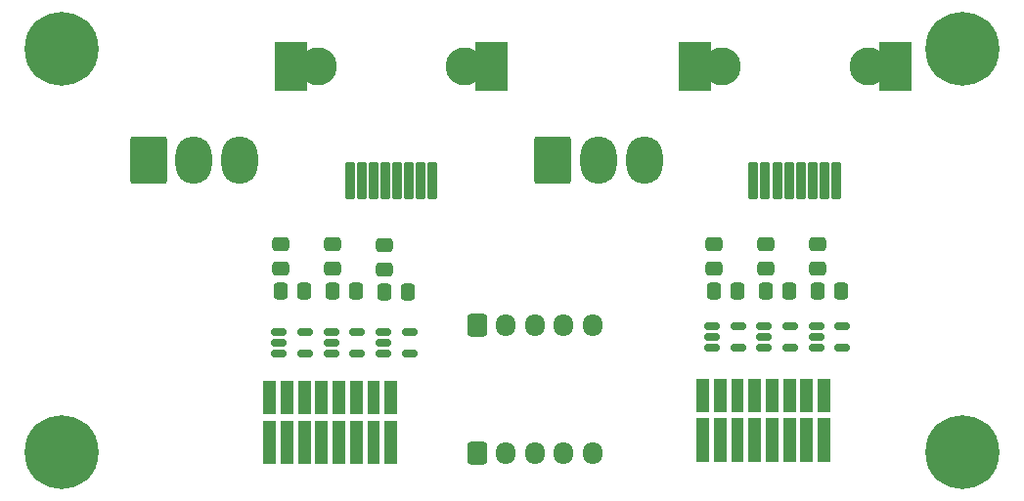
<source format=gbr>
%TF.GenerationSoftware,KiCad,Pcbnew,9.0.0*%
%TF.CreationDate,2025-03-17T17:37:44-07:00*%
%TF.ProjectId,Motor_reroute,4d6f746f-725f-4726-9572-6f7574652e6b,rev?*%
%TF.SameCoordinates,Original*%
%TF.FileFunction,Soldermask,Top*%
%TF.FilePolarity,Negative*%
%FSLAX46Y46*%
G04 Gerber Fmt 4.6, Leading zero omitted, Abs format (unit mm)*
G04 Created by KiCad (PCBNEW 9.0.0) date 2025-03-17 17:37:44*
%MOMM*%
%LPD*%
G01*
G04 APERTURE LIST*
G04 Aperture macros list*
%AMRoundRect*
0 Rectangle with rounded corners*
0 $1 Rounding radius*
0 $2 $3 $4 $5 $6 $7 $8 $9 X,Y pos of 4 corners*
0 Add a 4 corners polygon primitive as box body*
4,1,4,$2,$3,$4,$5,$6,$7,$8,$9,$2,$3,0*
0 Add four circle primitives for the rounded corners*
1,1,$1+$1,$2,$3*
1,1,$1+$1,$4,$5*
1,1,$1+$1,$6,$7*
1,1,$1+$1,$8,$9*
0 Add four rect primitives between the rounded corners*
20,1,$1+$1,$2,$3,$4,$5,0*
20,1,$1+$1,$4,$5,$6,$7,0*
20,1,$1+$1,$6,$7,$8,$9,0*
20,1,$1+$1,$8,$9,$2,$3,0*%
G04 Aperture macros list end*
%ADD10C,0.010000*%
%ADD11C,3.600000*%
%ADD12C,6.400000*%
%ADD13RoundRect,0.250000X-0.475000X0.337500X-0.475000X-0.337500X0.475000X-0.337500X0.475000X0.337500X0*%
%ADD14RoundRect,0.150000X-0.512500X-0.150000X0.512500X-0.150000X0.512500X0.150000X-0.512500X0.150000X0*%
%ADD15C,3.300000*%
%ADD16RoundRect,0.102000X0.305000X1.525000X-0.305000X1.525000X-0.305000X-1.525000X0.305000X-1.525000X0*%
%ADD17RoundRect,0.250000X-1.330000X-1.800000X1.330000X-1.800000X1.330000X1.800000X-1.330000X1.800000X0*%
%ADD18O,3.160000X4.100000*%
%ADD19RoundRect,0.250000X-0.337500X-0.475000X0.337500X-0.475000X0.337500X0.475000X-0.337500X0.475000X0*%
%ADD20RoundRect,0.250000X-0.600000X-0.725000X0.600000X-0.725000X0.600000X0.725000X-0.600000X0.725000X0*%
%ADD21O,1.700000X1.950000*%
G04 APERTURE END LIST*
D10*
%TO.C,J17*%
X55491200Y-70621200D02*
X54488800Y-70621200D01*
X54488800Y-67818800D01*
X55491200Y-67818800D01*
X55491200Y-70621200D01*
G36*
X55491200Y-70621200D02*
G01*
X54488800Y-70621200D01*
X54488800Y-67818800D01*
X55491200Y-67818800D01*
X55491200Y-70621200D01*
G37*
X55491200Y-74971200D02*
X54488800Y-74971200D01*
X54488800Y-71268800D01*
X55491200Y-71268800D01*
X55491200Y-74971200D01*
G36*
X55491200Y-74971200D02*
G01*
X54488800Y-74971200D01*
X54488800Y-71268800D01*
X55491200Y-71268800D01*
X55491200Y-74971200D01*
G37*
X56991200Y-70621200D02*
X55988800Y-70621200D01*
X55988800Y-67818800D01*
X56991200Y-67818800D01*
X56991200Y-70621200D01*
G36*
X56991200Y-70621200D02*
G01*
X55988800Y-70621200D01*
X55988800Y-67818800D01*
X56991200Y-67818800D01*
X56991200Y-70621200D01*
G37*
X56991200Y-74971200D02*
X55988800Y-74971200D01*
X55988800Y-71268800D01*
X56991200Y-71268800D01*
X56991200Y-74971200D01*
G36*
X56991200Y-74971200D02*
G01*
X55988800Y-74971200D01*
X55988800Y-71268800D01*
X56991200Y-71268800D01*
X56991200Y-74971200D01*
G37*
X58491200Y-70621200D02*
X57488800Y-70621200D01*
X57488800Y-67818800D01*
X58491200Y-67818800D01*
X58491200Y-70621200D01*
G36*
X58491200Y-70621200D02*
G01*
X57488800Y-70621200D01*
X57488800Y-67818800D01*
X58491200Y-67818800D01*
X58491200Y-70621200D01*
G37*
X58491200Y-74971200D02*
X57488800Y-74971200D01*
X57488800Y-71268800D01*
X58491200Y-71268800D01*
X58491200Y-74971200D01*
G36*
X58491200Y-74971200D02*
G01*
X57488800Y-74971200D01*
X57488800Y-71268800D01*
X58491200Y-71268800D01*
X58491200Y-74971200D01*
G37*
X59991200Y-70621200D02*
X58988800Y-70621200D01*
X58988800Y-67818800D01*
X59991200Y-67818800D01*
X59991200Y-70621200D01*
G36*
X59991200Y-70621200D02*
G01*
X58988800Y-70621200D01*
X58988800Y-67818800D01*
X59991200Y-67818800D01*
X59991200Y-70621200D01*
G37*
X59991200Y-74971200D02*
X58988800Y-74971200D01*
X58988800Y-71268800D01*
X59991200Y-71268800D01*
X59991200Y-74971200D01*
G36*
X59991200Y-74971200D02*
G01*
X58988800Y-74971200D01*
X58988800Y-71268800D01*
X59991200Y-71268800D01*
X59991200Y-74971200D01*
G37*
X61491200Y-70621200D02*
X60488800Y-70621200D01*
X60488800Y-67818800D01*
X61491200Y-67818800D01*
X61491200Y-70621200D01*
G36*
X61491200Y-70621200D02*
G01*
X60488800Y-70621200D01*
X60488800Y-67818800D01*
X61491200Y-67818800D01*
X61491200Y-70621200D01*
G37*
X61491200Y-74971200D02*
X60488800Y-74971200D01*
X60488800Y-71268800D01*
X61491200Y-71268800D01*
X61491200Y-74971200D01*
G36*
X61491200Y-74971200D02*
G01*
X60488800Y-74971200D01*
X60488800Y-71268800D01*
X61491200Y-71268800D01*
X61491200Y-74971200D01*
G37*
X62991200Y-70621200D02*
X61988800Y-70621200D01*
X61988800Y-67818800D01*
X62991200Y-67818800D01*
X62991200Y-70621200D01*
G36*
X62991200Y-70621200D02*
G01*
X61988800Y-70621200D01*
X61988800Y-67818800D01*
X62991200Y-67818800D01*
X62991200Y-70621200D01*
G37*
X62991200Y-74971200D02*
X61988800Y-74971200D01*
X61988800Y-71268800D01*
X62991200Y-71268800D01*
X62991200Y-74971200D01*
G36*
X62991200Y-74971200D02*
G01*
X61988800Y-74971200D01*
X61988800Y-71268800D01*
X62991200Y-71268800D01*
X62991200Y-74971200D01*
G37*
X64491200Y-70621200D02*
X63488800Y-70621200D01*
X63488800Y-67818800D01*
X64491200Y-67818800D01*
X64491200Y-70621200D01*
G36*
X64491200Y-70621200D02*
G01*
X63488800Y-70621200D01*
X63488800Y-67818800D01*
X64491200Y-67818800D01*
X64491200Y-70621200D01*
G37*
X64491200Y-74971200D02*
X63488800Y-74971200D01*
X63488800Y-71268800D01*
X64491200Y-71268800D01*
X64491200Y-74971200D01*
G36*
X64491200Y-74971200D02*
G01*
X63488800Y-74971200D01*
X63488800Y-71268800D01*
X64491200Y-71268800D01*
X64491200Y-74971200D01*
G37*
X65991200Y-70621200D02*
X64988800Y-70621200D01*
X64988800Y-67818800D01*
X65991200Y-67818800D01*
X65991200Y-70621200D01*
G36*
X65991200Y-70621200D02*
G01*
X64988800Y-70621200D01*
X64988800Y-67818800D01*
X65991200Y-67818800D01*
X65991200Y-70621200D01*
G37*
X65991200Y-74971200D02*
X64988800Y-74971200D01*
X64988800Y-71268800D01*
X65991200Y-71268800D01*
X65991200Y-74971200D01*
G36*
X65991200Y-74971200D02*
G01*
X64988800Y-74971200D01*
X64988800Y-71268800D01*
X65991200Y-71268800D01*
X65991200Y-74971200D01*
G37*
%TO.C,J2*%
X58220000Y-39305000D02*
X58175000Y-39340000D01*
X58139000Y-39370000D01*
X58104000Y-39401000D01*
X58070000Y-39433000D01*
X58037000Y-39466000D01*
X58005000Y-39501000D01*
X57974000Y-39536000D01*
X57945000Y-39572000D01*
X57916000Y-39609000D01*
X57889000Y-39647000D01*
X57863000Y-39686000D01*
X57838000Y-39726000D01*
X57815000Y-39766000D01*
X57793000Y-39808000D01*
X57772000Y-39850000D01*
X57752000Y-39892000D01*
X57734000Y-39935000D01*
X57718000Y-39979000D01*
X57702000Y-40023000D01*
X57688000Y-40068000D01*
X57676000Y-40113000D01*
X57665000Y-40158000D01*
X57655000Y-40204000D01*
X57647000Y-40250000D01*
X57641000Y-40297000D01*
X57636000Y-40343000D01*
X57632000Y-40390000D01*
X57630000Y-40437000D01*
X57629000Y-40483000D01*
X57630000Y-40520000D01*
X57629000Y-40557000D01*
X57630000Y-40603000D01*
X57632000Y-40650000D01*
X57636000Y-40697000D01*
X57641000Y-40743000D01*
X57647000Y-40790000D01*
X57655000Y-40836000D01*
X57665000Y-40882000D01*
X57676000Y-40927000D01*
X57688000Y-40972000D01*
X57702000Y-41017000D01*
X57718000Y-41061000D01*
X57734000Y-41105000D01*
X57752000Y-41148000D01*
X57772000Y-41190000D01*
X57793000Y-41232000D01*
X57815000Y-41274000D01*
X57838000Y-41314000D01*
X57863000Y-41354000D01*
X57889000Y-41393000D01*
X57916000Y-41431000D01*
X57945000Y-41468000D01*
X57974000Y-41504000D01*
X58005000Y-41539000D01*
X58037000Y-41574000D01*
X58070000Y-41607000D01*
X58104000Y-41639000D01*
X58139000Y-41670000D01*
X58175000Y-41700000D01*
X58220000Y-41735000D01*
X58220000Y-42570000D01*
X55520000Y-42570000D01*
X55520000Y-38470000D01*
X58220000Y-38470000D01*
X58220000Y-39305000D01*
G36*
X58220000Y-39305000D02*
G01*
X58175000Y-39340000D01*
X58139000Y-39370000D01*
X58104000Y-39401000D01*
X58070000Y-39433000D01*
X58037000Y-39466000D01*
X58005000Y-39501000D01*
X57974000Y-39536000D01*
X57945000Y-39572000D01*
X57916000Y-39609000D01*
X57889000Y-39647000D01*
X57863000Y-39686000D01*
X57838000Y-39726000D01*
X57815000Y-39766000D01*
X57793000Y-39808000D01*
X57772000Y-39850000D01*
X57752000Y-39892000D01*
X57734000Y-39935000D01*
X57718000Y-39979000D01*
X57702000Y-40023000D01*
X57688000Y-40068000D01*
X57676000Y-40113000D01*
X57665000Y-40158000D01*
X57655000Y-40204000D01*
X57647000Y-40250000D01*
X57641000Y-40297000D01*
X57636000Y-40343000D01*
X57632000Y-40390000D01*
X57630000Y-40437000D01*
X57629000Y-40483000D01*
X57630000Y-40520000D01*
X57629000Y-40557000D01*
X57630000Y-40603000D01*
X57632000Y-40650000D01*
X57636000Y-40697000D01*
X57641000Y-40743000D01*
X57647000Y-40790000D01*
X57655000Y-40836000D01*
X57665000Y-40882000D01*
X57676000Y-40927000D01*
X57688000Y-40972000D01*
X57702000Y-41017000D01*
X57718000Y-41061000D01*
X57734000Y-41105000D01*
X57752000Y-41148000D01*
X57772000Y-41190000D01*
X57793000Y-41232000D01*
X57815000Y-41274000D01*
X57838000Y-41314000D01*
X57863000Y-41354000D01*
X57889000Y-41393000D01*
X57916000Y-41431000D01*
X57945000Y-41468000D01*
X57974000Y-41504000D01*
X58005000Y-41539000D01*
X58037000Y-41574000D01*
X58070000Y-41607000D01*
X58104000Y-41639000D01*
X58139000Y-41670000D01*
X58175000Y-41700000D01*
X58220000Y-41735000D01*
X58220000Y-42570000D01*
X55520000Y-42570000D01*
X55520000Y-38470000D01*
X58220000Y-38470000D01*
X58220000Y-39305000D01*
G37*
X75540000Y-42570000D02*
X72840000Y-42570000D01*
X72840000Y-41735000D01*
X72885000Y-41700000D01*
X72921000Y-41670000D01*
X72956000Y-41639000D01*
X72990000Y-41607000D01*
X73023000Y-41574000D01*
X73055000Y-41539000D01*
X73086000Y-41504000D01*
X73115000Y-41468000D01*
X73144000Y-41431000D01*
X73171000Y-41393000D01*
X73197000Y-41354000D01*
X73222000Y-41314000D01*
X73245000Y-41274000D01*
X73267000Y-41232000D01*
X73288000Y-41190000D01*
X73308000Y-41148000D01*
X73326000Y-41105000D01*
X73342000Y-41061000D01*
X73358000Y-41017000D01*
X73372000Y-40972000D01*
X73384000Y-40927000D01*
X73395000Y-40882000D01*
X73405000Y-40836000D01*
X73413000Y-40790000D01*
X73419000Y-40743000D01*
X73424000Y-40697000D01*
X73428000Y-40650000D01*
X73430000Y-40603000D01*
X73431000Y-40557000D01*
X73430000Y-40520000D01*
X73431000Y-40483000D01*
X73430000Y-40437000D01*
X73428000Y-40390000D01*
X73424000Y-40343000D01*
X73419000Y-40297000D01*
X73413000Y-40250000D01*
X73405000Y-40204000D01*
X73395000Y-40158000D01*
X73384000Y-40113000D01*
X73372000Y-40068000D01*
X73358000Y-40023000D01*
X73342000Y-39979000D01*
X73326000Y-39935000D01*
X73308000Y-39892000D01*
X73288000Y-39850000D01*
X73267000Y-39808000D01*
X73245000Y-39766000D01*
X73222000Y-39726000D01*
X73197000Y-39686000D01*
X73171000Y-39647000D01*
X73144000Y-39609000D01*
X73115000Y-39572000D01*
X73086000Y-39536000D01*
X73055000Y-39501000D01*
X73023000Y-39466000D01*
X72990000Y-39433000D01*
X72956000Y-39401000D01*
X72921000Y-39370000D01*
X72885000Y-39340000D01*
X72840000Y-39305000D01*
X72840000Y-38470000D01*
X75540000Y-38470000D01*
X75540000Y-42570000D01*
G36*
X75540000Y-42570000D02*
G01*
X72840000Y-42570000D01*
X72840000Y-41735000D01*
X72885000Y-41700000D01*
X72921000Y-41670000D01*
X72956000Y-41639000D01*
X72990000Y-41607000D01*
X73023000Y-41574000D01*
X73055000Y-41539000D01*
X73086000Y-41504000D01*
X73115000Y-41468000D01*
X73144000Y-41431000D01*
X73171000Y-41393000D01*
X73197000Y-41354000D01*
X73222000Y-41314000D01*
X73245000Y-41274000D01*
X73267000Y-41232000D01*
X73288000Y-41190000D01*
X73308000Y-41148000D01*
X73326000Y-41105000D01*
X73342000Y-41061000D01*
X73358000Y-41017000D01*
X73372000Y-40972000D01*
X73384000Y-40927000D01*
X73395000Y-40882000D01*
X73405000Y-40836000D01*
X73413000Y-40790000D01*
X73419000Y-40743000D01*
X73424000Y-40697000D01*
X73428000Y-40650000D01*
X73430000Y-40603000D01*
X73431000Y-40557000D01*
X73430000Y-40520000D01*
X73431000Y-40483000D01*
X73430000Y-40437000D01*
X73428000Y-40390000D01*
X73424000Y-40343000D01*
X73419000Y-40297000D01*
X73413000Y-40250000D01*
X73405000Y-40204000D01*
X73395000Y-40158000D01*
X73384000Y-40113000D01*
X73372000Y-40068000D01*
X73358000Y-40023000D01*
X73342000Y-39979000D01*
X73326000Y-39935000D01*
X73308000Y-39892000D01*
X73288000Y-39850000D01*
X73267000Y-39808000D01*
X73245000Y-39766000D01*
X73222000Y-39726000D01*
X73197000Y-39686000D01*
X73171000Y-39647000D01*
X73144000Y-39609000D01*
X73115000Y-39572000D01*
X73086000Y-39536000D01*
X73055000Y-39501000D01*
X73023000Y-39466000D01*
X72990000Y-39433000D01*
X72956000Y-39401000D01*
X72921000Y-39370000D01*
X72885000Y-39340000D01*
X72840000Y-39305000D01*
X72840000Y-38470000D01*
X75540000Y-38470000D01*
X75540000Y-42570000D01*
G37*
%TO.C,J18*%
X92991200Y-70421200D02*
X91988800Y-70421200D01*
X91988800Y-67618800D01*
X92991200Y-67618800D01*
X92991200Y-70421200D01*
G36*
X92991200Y-70421200D02*
G01*
X91988800Y-70421200D01*
X91988800Y-67618800D01*
X92991200Y-67618800D01*
X92991200Y-70421200D01*
G37*
X92991200Y-74771200D02*
X91988800Y-74771200D01*
X91988800Y-71068800D01*
X92991200Y-71068800D01*
X92991200Y-74771200D01*
G36*
X92991200Y-74771200D02*
G01*
X91988800Y-74771200D01*
X91988800Y-71068800D01*
X92991200Y-71068800D01*
X92991200Y-74771200D01*
G37*
X94491200Y-70421200D02*
X93488800Y-70421200D01*
X93488800Y-67618800D01*
X94491200Y-67618800D01*
X94491200Y-70421200D01*
G36*
X94491200Y-70421200D02*
G01*
X93488800Y-70421200D01*
X93488800Y-67618800D01*
X94491200Y-67618800D01*
X94491200Y-70421200D01*
G37*
X94491200Y-74771200D02*
X93488800Y-74771200D01*
X93488800Y-71068800D01*
X94491200Y-71068800D01*
X94491200Y-74771200D01*
G36*
X94491200Y-74771200D02*
G01*
X93488800Y-74771200D01*
X93488800Y-71068800D01*
X94491200Y-71068800D01*
X94491200Y-74771200D01*
G37*
X95991200Y-70421200D02*
X94988800Y-70421200D01*
X94988800Y-67618800D01*
X95991200Y-67618800D01*
X95991200Y-70421200D01*
G36*
X95991200Y-70421200D02*
G01*
X94988800Y-70421200D01*
X94988800Y-67618800D01*
X95991200Y-67618800D01*
X95991200Y-70421200D01*
G37*
X95991200Y-74771200D02*
X94988800Y-74771200D01*
X94988800Y-71068800D01*
X95991200Y-71068800D01*
X95991200Y-74771200D01*
G36*
X95991200Y-74771200D02*
G01*
X94988800Y-74771200D01*
X94988800Y-71068800D01*
X95991200Y-71068800D01*
X95991200Y-74771200D01*
G37*
X97491200Y-70421200D02*
X96488800Y-70421200D01*
X96488800Y-67618800D01*
X97491200Y-67618800D01*
X97491200Y-70421200D01*
G36*
X97491200Y-70421200D02*
G01*
X96488800Y-70421200D01*
X96488800Y-67618800D01*
X97491200Y-67618800D01*
X97491200Y-70421200D01*
G37*
X97491200Y-74771200D02*
X96488800Y-74771200D01*
X96488800Y-71068800D01*
X97491200Y-71068800D01*
X97491200Y-74771200D01*
G36*
X97491200Y-74771200D02*
G01*
X96488800Y-74771200D01*
X96488800Y-71068800D01*
X97491200Y-71068800D01*
X97491200Y-74771200D01*
G37*
X98991200Y-70421200D02*
X97988800Y-70421200D01*
X97988800Y-67618800D01*
X98991200Y-67618800D01*
X98991200Y-70421200D01*
G36*
X98991200Y-70421200D02*
G01*
X97988800Y-70421200D01*
X97988800Y-67618800D01*
X98991200Y-67618800D01*
X98991200Y-70421200D01*
G37*
X98991200Y-74771200D02*
X97988800Y-74771200D01*
X97988800Y-71068800D01*
X98991200Y-71068800D01*
X98991200Y-74771200D01*
G36*
X98991200Y-74771200D02*
G01*
X97988800Y-74771200D01*
X97988800Y-71068800D01*
X98991200Y-71068800D01*
X98991200Y-74771200D01*
G37*
X100491200Y-70421200D02*
X99488800Y-70421200D01*
X99488800Y-67618800D01*
X100491200Y-67618800D01*
X100491200Y-70421200D01*
G36*
X100491200Y-70421200D02*
G01*
X99488800Y-70421200D01*
X99488800Y-67618800D01*
X100491200Y-67618800D01*
X100491200Y-70421200D01*
G37*
X100491200Y-74771200D02*
X99488800Y-74771200D01*
X99488800Y-71068800D01*
X100491200Y-71068800D01*
X100491200Y-74771200D01*
G36*
X100491200Y-74771200D02*
G01*
X99488800Y-74771200D01*
X99488800Y-71068800D01*
X100491200Y-71068800D01*
X100491200Y-74771200D01*
G37*
X101991200Y-70421200D02*
X100988800Y-70421200D01*
X100988800Y-67618800D01*
X101991200Y-67618800D01*
X101991200Y-70421200D01*
G36*
X101991200Y-70421200D02*
G01*
X100988800Y-70421200D01*
X100988800Y-67618800D01*
X101991200Y-67618800D01*
X101991200Y-70421200D01*
G37*
X101991200Y-74771200D02*
X100988800Y-74771200D01*
X100988800Y-71068800D01*
X101991200Y-71068800D01*
X101991200Y-74771200D01*
G36*
X101991200Y-74771200D02*
G01*
X100988800Y-74771200D01*
X100988800Y-71068800D01*
X101991200Y-71068800D01*
X101991200Y-74771200D01*
G37*
X103491200Y-70421200D02*
X102488800Y-70421200D01*
X102488800Y-67618800D01*
X103491200Y-67618800D01*
X103491200Y-70421200D01*
G36*
X103491200Y-70421200D02*
G01*
X102488800Y-70421200D01*
X102488800Y-67618800D01*
X103491200Y-67618800D01*
X103491200Y-70421200D01*
G37*
X103491200Y-74771200D02*
X102488800Y-74771200D01*
X102488800Y-71068800D01*
X103491200Y-71068800D01*
X103491200Y-74771200D01*
G36*
X103491200Y-74771200D02*
G01*
X102488800Y-74771200D01*
X102488800Y-71068800D01*
X103491200Y-71068800D01*
X103491200Y-74771200D01*
G37*
%TO.C,J14*%
X93180000Y-39305000D02*
X93135000Y-39340000D01*
X93099000Y-39370000D01*
X93064000Y-39401000D01*
X93030000Y-39433000D01*
X92997000Y-39466000D01*
X92965000Y-39501000D01*
X92934000Y-39536000D01*
X92905000Y-39572000D01*
X92876000Y-39609000D01*
X92849000Y-39647000D01*
X92823000Y-39686000D01*
X92798000Y-39726000D01*
X92775000Y-39766000D01*
X92753000Y-39808000D01*
X92732000Y-39850000D01*
X92712000Y-39892000D01*
X92694000Y-39935000D01*
X92678000Y-39979000D01*
X92662000Y-40023000D01*
X92648000Y-40068000D01*
X92636000Y-40113000D01*
X92625000Y-40158000D01*
X92615000Y-40204000D01*
X92607000Y-40250000D01*
X92601000Y-40297000D01*
X92596000Y-40343000D01*
X92592000Y-40390000D01*
X92590000Y-40437000D01*
X92589000Y-40483000D01*
X92590000Y-40520000D01*
X92589000Y-40557000D01*
X92590000Y-40603000D01*
X92592000Y-40650000D01*
X92596000Y-40697000D01*
X92601000Y-40743000D01*
X92607000Y-40790000D01*
X92615000Y-40836000D01*
X92625000Y-40882000D01*
X92636000Y-40927000D01*
X92648000Y-40972000D01*
X92662000Y-41017000D01*
X92678000Y-41061000D01*
X92694000Y-41105000D01*
X92712000Y-41148000D01*
X92732000Y-41190000D01*
X92753000Y-41232000D01*
X92775000Y-41274000D01*
X92798000Y-41314000D01*
X92823000Y-41354000D01*
X92849000Y-41393000D01*
X92876000Y-41431000D01*
X92905000Y-41468000D01*
X92934000Y-41504000D01*
X92965000Y-41539000D01*
X92997000Y-41574000D01*
X93030000Y-41607000D01*
X93064000Y-41639000D01*
X93099000Y-41670000D01*
X93135000Y-41700000D01*
X93180000Y-41735000D01*
X93180000Y-42570000D01*
X90480000Y-42570000D01*
X90480000Y-38470000D01*
X93180000Y-38470000D01*
X93180000Y-39305000D01*
G36*
X93180000Y-39305000D02*
G01*
X93135000Y-39340000D01*
X93099000Y-39370000D01*
X93064000Y-39401000D01*
X93030000Y-39433000D01*
X92997000Y-39466000D01*
X92965000Y-39501000D01*
X92934000Y-39536000D01*
X92905000Y-39572000D01*
X92876000Y-39609000D01*
X92849000Y-39647000D01*
X92823000Y-39686000D01*
X92798000Y-39726000D01*
X92775000Y-39766000D01*
X92753000Y-39808000D01*
X92732000Y-39850000D01*
X92712000Y-39892000D01*
X92694000Y-39935000D01*
X92678000Y-39979000D01*
X92662000Y-40023000D01*
X92648000Y-40068000D01*
X92636000Y-40113000D01*
X92625000Y-40158000D01*
X92615000Y-40204000D01*
X92607000Y-40250000D01*
X92601000Y-40297000D01*
X92596000Y-40343000D01*
X92592000Y-40390000D01*
X92590000Y-40437000D01*
X92589000Y-40483000D01*
X92590000Y-40520000D01*
X92589000Y-40557000D01*
X92590000Y-40603000D01*
X92592000Y-40650000D01*
X92596000Y-40697000D01*
X92601000Y-40743000D01*
X92607000Y-40790000D01*
X92615000Y-40836000D01*
X92625000Y-40882000D01*
X92636000Y-40927000D01*
X92648000Y-40972000D01*
X92662000Y-41017000D01*
X92678000Y-41061000D01*
X92694000Y-41105000D01*
X92712000Y-41148000D01*
X92732000Y-41190000D01*
X92753000Y-41232000D01*
X92775000Y-41274000D01*
X92798000Y-41314000D01*
X92823000Y-41354000D01*
X92849000Y-41393000D01*
X92876000Y-41431000D01*
X92905000Y-41468000D01*
X92934000Y-41504000D01*
X92965000Y-41539000D01*
X92997000Y-41574000D01*
X93030000Y-41607000D01*
X93064000Y-41639000D01*
X93099000Y-41670000D01*
X93135000Y-41700000D01*
X93180000Y-41735000D01*
X93180000Y-42570000D01*
X90480000Y-42570000D01*
X90480000Y-38470000D01*
X93180000Y-38470000D01*
X93180000Y-39305000D01*
G37*
X110500000Y-42570000D02*
X107800000Y-42570000D01*
X107800000Y-41735000D01*
X107845000Y-41700000D01*
X107881000Y-41670000D01*
X107916000Y-41639000D01*
X107950000Y-41607000D01*
X107983000Y-41574000D01*
X108015000Y-41539000D01*
X108046000Y-41504000D01*
X108075000Y-41468000D01*
X108104000Y-41431000D01*
X108131000Y-41393000D01*
X108157000Y-41354000D01*
X108182000Y-41314000D01*
X108205000Y-41274000D01*
X108227000Y-41232000D01*
X108248000Y-41190000D01*
X108268000Y-41148000D01*
X108286000Y-41105000D01*
X108302000Y-41061000D01*
X108318000Y-41017000D01*
X108332000Y-40972000D01*
X108344000Y-40927000D01*
X108355000Y-40882000D01*
X108365000Y-40836000D01*
X108373000Y-40790000D01*
X108379000Y-40743000D01*
X108384000Y-40697000D01*
X108388000Y-40650000D01*
X108390000Y-40603000D01*
X108391000Y-40557000D01*
X108390000Y-40520000D01*
X108391000Y-40483000D01*
X108390000Y-40437000D01*
X108388000Y-40390000D01*
X108384000Y-40343000D01*
X108379000Y-40297000D01*
X108373000Y-40250000D01*
X108365000Y-40204000D01*
X108355000Y-40158000D01*
X108344000Y-40113000D01*
X108332000Y-40068000D01*
X108318000Y-40023000D01*
X108302000Y-39979000D01*
X108286000Y-39935000D01*
X108268000Y-39892000D01*
X108248000Y-39850000D01*
X108227000Y-39808000D01*
X108205000Y-39766000D01*
X108182000Y-39726000D01*
X108157000Y-39686000D01*
X108131000Y-39647000D01*
X108104000Y-39609000D01*
X108075000Y-39572000D01*
X108046000Y-39536000D01*
X108015000Y-39501000D01*
X107983000Y-39466000D01*
X107950000Y-39433000D01*
X107916000Y-39401000D01*
X107881000Y-39370000D01*
X107845000Y-39340000D01*
X107800000Y-39305000D01*
X107800000Y-38470000D01*
X110500000Y-38470000D01*
X110500000Y-42570000D01*
G36*
X110500000Y-42570000D02*
G01*
X107800000Y-42570000D01*
X107800000Y-41735000D01*
X107845000Y-41700000D01*
X107881000Y-41670000D01*
X107916000Y-41639000D01*
X107950000Y-41607000D01*
X107983000Y-41574000D01*
X108015000Y-41539000D01*
X108046000Y-41504000D01*
X108075000Y-41468000D01*
X108104000Y-41431000D01*
X108131000Y-41393000D01*
X108157000Y-41354000D01*
X108182000Y-41314000D01*
X108205000Y-41274000D01*
X108227000Y-41232000D01*
X108248000Y-41190000D01*
X108268000Y-41148000D01*
X108286000Y-41105000D01*
X108302000Y-41061000D01*
X108318000Y-41017000D01*
X108332000Y-40972000D01*
X108344000Y-40927000D01*
X108355000Y-40882000D01*
X108365000Y-40836000D01*
X108373000Y-40790000D01*
X108379000Y-40743000D01*
X108384000Y-40697000D01*
X108388000Y-40650000D01*
X108390000Y-40603000D01*
X108391000Y-40557000D01*
X108390000Y-40520000D01*
X108391000Y-40483000D01*
X108390000Y-40437000D01*
X108388000Y-40390000D01*
X108384000Y-40343000D01*
X108379000Y-40297000D01*
X108373000Y-40250000D01*
X108365000Y-40204000D01*
X108355000Y-40158000D01*
X108344000Y-40113000D01*
X108332000Y-40068000D01*
X108318000Y-40023000D01*
X108302000Y-39979000D01*
X108286000Y-39935000D01*
X108268000Y-39892000D01*
X108248000Y-39850000D01*
X108227000Y-39808000D01*
X108205000Y-39766000D01*
X108182000Y-39726000D01*
X108157000Y-39686000D01*
X108131000Y-39647000D01*
X108104000Y-39609000D01*
X108075000Y-39572000D01*
X108046000Y-39536000D01*
X108015000Y-39501000D01*
X107983000Y-39466000D01*
X107950000Y-39433000D01*
X107916000Y-39401000D01*
X107881000Y-39370000D01*
X107845000Y-39340000D01*
X107800000Y-39305000D01*
X107800000Y-38470000D01*
X110500000Y-38470000D01*
X110500000Y-42570000D01*
G37*
%TD*%
D11*
%TO.C,H2*%
X115000000Y-74000000D03*
D12*
X115000000Y-74000000D03*
%TD*%
D13*
%TO.C,R1*%
X64990000Y-56082500D03*
X64990000Y-58157500D03*
%TD*%
D14*
%TO.C,U1*%
X64852500Y-63570000D03*
X64852500Y-64520000D03*
X64852500Y-65470000D03*
X67127500Y-65470000D03*
X67127500Y-63570000D03*
%TD*%
%TO.C,U5*%
X97852500Y-63070000D03*
X97852500Y-64020000D03*
X97852500Y-64970000D03*
X100127500Y-64970000D03*
X100127500Y-63070000D03*
%TD*%
D13*
%TO.C,R4*%
X93490000Y-55982500D03*
X93490000Y-58057500D03*
%TD*%
%TO.C,R5*%
X97990000Y-55982500D03*
X97990000Y-58057500D03*
%TD*%
D14*
%TO.C,U2*%
X60352500Y-63570000D03*
X60352500Y-64520000D03*
X60352500Y-65470000D03*
X62627500Y-65470000D03*
X62627500Y-63570000D03*
%TD*%
D15*
%TO.C,J2*%
X71880000Y-40520000D03*
X59180000Y-40520000D03*
D16*
X61960000Y-50500000D03*
X62980000Y-50500000D03*
X64000000Y-50500000D03*
X65020000Y-50500000D03*
X66040000Y-50500000D03*
X67060000Y-50500000D03*
X68080000Y-50500000D03*
X69100000Y-50500000D03*
%TD*%
D17*
%TO.C,J3*%
X44530000Y-48675000D03*
D18*
X48490000Y-48675000D03*
X52450000Y-48675000D03*
%TD*%
D19*
%TO.C,C4*%
X93490000Y-60020000D03*
X95565000Y-60020000D03*
%TD*%
D13*
%TO.C,R3*%
X55990000Y-55982500D03*
X55990000Y-58057500D03*
%TD*%
D11*
%TO.C,H1*%
X115000000Y-39000000D03*
D12*
X115000000Y-39000000D03*
%TD*%
D19*
%TO.C,C6*%
X102452500Y-60020000D03*
X104527500Y-60020000D03*
%TD*%
D20*
%TO.C,J7*%
X72990000Y-63020000D03*
D21*
X75490000Y-63020000D03*
X77990000Y-63020000D03*
X80490000Y-63020000D03*
X82990000Y-63020000D03*
%TD*%
D20*
%TO.C,J8*%
X72990000Y-74070000D03*
D21*
X75490000Y-74070000D03*
X77990000Y-74070000D03*
X80490000Y-74070000D03*
X82990000Y-74070000D03*
%TD*%
D15*
%TO.C,J14*%
X106840000Y-40520000D03*
X94140000Y-40520000D03*
D16*
X96920000Y-50500000D03*
X97940000Y-50500000D03*
X98960000Y-50500000D03*
X99980000Y-50500000D03*
X101000000Y-50500000D03*
X102020000Y-50500000D03*
X103040000Y-50500000D03*
X104060000Y-50500000D03*
%TD*%
D19*
%TO.C,C3*%
X55952500Y-60020000D03*
X58027500Y-60020000D03*
%TD*%
D13*
%TO.C,R2*%
X60490000Y-55982500D03*
X60490000Y-58057500D03*
%TD*%
D19*
%TO.C,C2*%
X60452500Y-60020000D03*
X62527500Y-60020000D03*
%TD*%
%TO.C,C5*%
X97952500Y-60020000D03*
X100027500Y-60020000D03*
%TD*%
D11*
%TO.C,H3*%
X37000000Y-74000000D03*
D12*
X37000000Y-74000000D03*
%TD*%
D17*
%TO.C,J11*%
X79530000Y-48675000D03*
D18*
X83490000Y-48675000D03*
X87450000Y-48675000D03*
%TD*%
D14*
%TO.C,U6*%
X93352500Y-63070000D03*
X93352500Y-64020000D03*
X93352500Y-64970000D03*
X95627500Y-64970000D03*
X95627500Y-63070000D03*
%TD*%
%TO.C,U3*%
X55852500Y-63570000D03*
X55852500Y-64520000D03*
X55852500Y-65470000D03*
X58127500Y-65470000D03*
X58127500Y-63570000D03*
%TD*%
D19*
%TO.C,C1*%
X64952500Y-60120000D03*
X67027500Y-60120000D03*
%TD*%
D13*
%TO.C,R6*%
X102490000Y-55982500D03*
X102490000Y-58057500D03*
%TD*%
D14*
%TO.C,U4*%
X102352500Y-63070000D03*
X102352500Y-64020000D03*
X102352500Y-64970000D03*
X104627500Y-64970000D03*
X104627500Y-63070000D03*
%TD*%
D11*
%TO.C,H4*%
X37000000Y-39000000D03*
D12*
X37000000Y-39000000D03*
%TD*%
M02*

</source>
